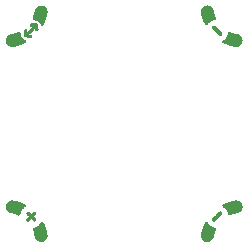
<source format=gbo>
%TF.GenerationSoftware,KiCad,Pcbnew,8.0.8*%
%TF.CreationDate,2025-01-29T17:01:18+00:00*%
%TF.ProjectId,ec30_2x2_lr_mh_0.1,65633330-5f32-4783-925f-6c725f6d685f,v0.1*%
%TF.SameCoordinates,PX8d24d00PY36d6160*%
%TF.FileFunction,Legend,Bot*%
%TF.FilePolarity,Positive*%
%FSLAX46Y46*%
G04 Gerber Fmt 4.6, Leading zero omitted, Abs format (unit mm)*
G04 Created by KiCad (PCBNEW 8.0.8) date 2025-01-29 17:01:18*
%MOMM*%
%LPD*%
G01*
G04 APERTURE LIST*
%ADD10C,0.010000*%
G04 APERTURE END LIST*
D10*
%TO.C,MH3*%
X-6929306Y-8363938D02*
X-6912572Y-8370271D01*
X-6896947Y-8381708D01*
X-6881722Y-8398907D01*
X-6866187Y-8422529D01*
X-6849636Y-8453232D01*
X-6849479Y-8453543D01*
X-6792082Y-8575132D01*
X-6738655Y-8702780D01*
X-6689536Y-8835490D01*
X-6645062Y-8972266D01*
X-6605571Y-9112110D01*
X-6571399Y-9254024D01*
X-6558986Y-9312664D01*
X-6548179Y-9372141D01*
X-6541266Y-9425275D01*
X-6538209Y-9472617D01*
X-6538970Y-9514720D01*
X-6542840Y-9548307D01*
X-6557333Y-9611742D01*
X-6578709Y-9671524D01*
X-6606730Y-9727302D01*
X-6641155Y-9778728D01*
X-6681746Y-9825450D01*
X-6728263Y-9867118D01*
X-6780468Y-9903383D01*
X-6788778Y-9908337D01*
X-6841493Y-9934632D01*
X-6897725Y-9954342D01*
X-6956407Y-9967361D01*
X-7016470Y-9973582D01*
X-7076844Y-9972898D01*
X-7136462Y-9965203D01*
X-7194256Y-9950391D01*
X-7198073Y-9949129D01*
X-7254131Y-9926215D01*
X-7307081Y-9896415D01*
X-7356236Y-9860400D01*
X-7400910Y-9818837D01*
X-7440417Y-9772394D01*
X-7474070Y-9721741D01*
X-7501183Y-9667545D01*
X-7509857Y-9645536D01*
X-7514407Y-9631247D01*
X-7519938Y-9611025D01*
X-7525985Y-9586741D01*
X-7532082Y-9560265D01*
X-7537763Y-9533471D01*
X-7537851Y-9533032D01*
X-7559478Y-9433303D01*
X-7583069Y-9339535D01*
X-7609185Y-9249880D01*
X-7638386Y-9162485D01*
X-7671232Y-9075502D01*
X-7690784Y-9027805D01*
X-7704464Y-8993297D01*
X-7713840Y-8964465D01*
X-7718965Y-8940348D01*
X-7719893Y-8919990D01*
X-7716678Y-8902431D01*
X-7709373Y-8886711D01*
X-7699422Y-8873431D01*
X-7690472Y-8864166D01*
X-7680762Y-8856500D01*
X-7668906Y-8849764D01*
X-7653514Y-8843288D01*
X-7633201Y-8836401D01*
X-7606578Y-8828434D01*
X-7605692Y-8828178D01*
X-7548901Y-8810494D01*
X-7497170Y-8791449D01*
X-7447627Y-8769922D01*
X-7414566Y-8753728D01*
X-7339432Y-8710990D01*
X-7267854Y-8661466D01*
X-7200558Y-8605786D01*
X-7138273Y-8544582D01*
X-7081726Y-8478485D01*
X-7053964Y-8441164D01*
X-7032031Y-8412366D01*
X-7011697Y-8390615D01*
X-6992236Y-8375370D01*
X-6972919Y-8366090D01*
X-6953022Y-8362231D01*
X-6947857Y-8362050D01*
X-6929306Y-8363938D01*
G36*
X-6929306Y-8363938D02*
G01*
X-6912572Y-8370271D01*
X-6896947Y-8381708D01*
X-6881722Y-8398907D01*
X-6866187Y-8422529D01*
X-6849636Y-8453232D01*
X-6849479Y-8453543D01*
X-6792082Y-8575132D01*
X-6738655Y-8702780D01*
X-6689536Y-8835490D01*
X-6645062Y-8972266D01*
X-6605571Y-9112110D01*
X-6571399Y-9254024D01*
X-6558986Y-9312664D01*
X-6548179Y-9372141D01*
X-6541266Y-9425275D01*
X-6538209Y-9472617D01*
X-6538970Y-9514720D01*
X-6542840Y-9548307D01*
X-6557333Y-9611742D01*
X-6578709Y-9671524D01*
X-6606730Y-9727302D01*
X-6641155Y-9778728D01*
X-6681746Y-9825450D01*
X-6728263Y-9867118D01*
X-6780468Y-9903383D01*
X-6788778Y-9908337D01*
X-6841493Y-9934632D01*
X-6897725Y-9954342D01*
X-6956407Y-9967361D01*
X-7016470Y-9973582D01*
X-7076844Y-9972898D01*
X-7136462Y-9965203D01*
X-7194256Y-9950391D01*
X-7198073Y-9949129D01*
X-7254131Y-9926215D01*
X-7307081Y-9896415D01*
X-7356236Y-9860400D01*
X-7400910Y-9818837D01*
X-7440417Y-9772394D01*
X-7474070Y-9721741D01*
X-7501183Y-9667545D01*
X-7509857Y-9645536D01*
X-7514407Y-9631247D01*
X-7519938Y-9611025D01*
X-7525985Y-9586741D01*
X-7532082Y-9560265D01*
X-7537763Y-9533471D01*
X-7537851Y-9533032D01*
X-7559478Y-9433303D01*
X-7583069Y-9339535D01*
X-7609185Y-9249880D01*
X-7638386Y-9162485D01*
X-7671232Y-9075502D01*
X-7690784Y-9027805D01*
X-7704464Y-8993297D01*
X-7713840Y-8964465D01*
X-7718965Y-8940348D01*
X-7719893Y-8919990D01*
X-7716678Y-8902431D01*
X-7709373Y-8886711D01*
X-7699422Y-8873431D01*
X-7690472Y-8864166D01*
X-7680762Y-8856500D01*
X-7668906Y-8849764D01*
X-7653514Y-8843288D01*
X-7633201Y-8836401D01*
X-7606578Y-8828434D01*
X-7605692Y-8828178D01*
X-7548901Y-8810494D01*
X-7497170Y-8791449D01*
X-7447627Y-8769922D01*
X-7414566Y-8753728D01*
X-7339432Y-8710990D01*
X-7267854Y-8661466D01*
X-7200558Y-8605786D01*
X-7138273Y-8544582D01*
X-7081726Y-8478485D01*
X-7053964Y-8441164D01*
X-7032031Y-8412366D01*
X-7011697Y-8390615D01*
X-6992236Y-8375370D01*
X-6972919Y-8366090D01*
X-6953022Y-8362231D01*
X-6947857Y-8362050D01*
X-6929306Y-8363938D01*
G37*
X-9470182Y-6540337D02*
X-9448497Y-6540714D01*
X-9427534Y-6541718D01*
X-9406291Y-6543511D01*
X-9383763Y-6546254D01*
X-9358946Y-6550109D01*
X-9330836Y-6555238D01*
X-9298429Y-6561801D01*
X-9260722Y-6569961D01*
X-9216709Y-6579880D01*
X-9198323Y-6584098D01*
X-9084910Y-6612611D01*
X-8968731Y-6646406D01*
X-8851643Y-6684817D01*
X-8735502Y-6727177D01*
X-8622165Y-6772819D01*
X-8513489Y-6821078D01*
X-8442320Y-6855488D01*
X-8414793Y-6869973D01*
X-8393762Y-6882767D01*
X-8378190Y-6894681D01*
X-8367038Y-6906523D01*
X-8359269Y-6919103D01*
X-8358396Y-6920960D01*
X-8352421Y-6938994D01*
X-8352473Y-6955818D01*
X-8356428Y-6970059D01*
X-8367282Y-6989771D01*
X-8385603Y-7010018D01*
X-8410983Y-7030363D01*
X-8415769Y-7033664D01*
X-8489001Y-7087738D01*
X-8556469Y-7146942D01*
X-8617931Y-7210983D01*
X-8673147Y-7279569D01*
X-8721873Y-7352405D01*
X-8763868Y-7429201D01*
X-8789376Y-7485751D01*
X-8801721Y-7516942D01*
X-8812941Y-7548335D01*
X-8823691Y-7581956D01*
X-8834628Y-7619833D01*
X-8843484Y-7652771D01*
X-8848796Y-7671014D01*
X-8854211Y-7684062D01*
X-8861050Y-7694563D01*
X-8868503Y-7702984D01*
X-8884066Y-7716423D01*
X-8900453Y-7724502D01*
X-8918764Y-7727265D01*
X-8940096Y-7724757D01*
X-8965548Y-7717022D01*
X-8987979Y-7707827D01*
X-9108498Y-7658383D01*
X-9232787Y-7615101D01*
X-9361429Y-7577801D01*
X-9495006Y-7546301D01*
X-9525687Y-7540017D01*
X-9560370Y-7532916D01*
X-9588751Y-7526604D01*
X-9612370Y-7520632D01*
X-9632764Y-7514555D01*
X-9651473Y-7507926D01*
X-9670035Y-7500296D01*
X-9683873Y-7494072D01*
X-9736854Y-7465333D01*
X-9785921Y-7430188D01*
X-9830505Y-7389366D01*
X-9870033Y-7343595D01*
X-9903934Y-7293603D01*
X-9931637Y-7240119D01*
X-9952571Y-7183872D01*
X-9964218Y-7136552D01*
X-9972342Y-7073793D01*
X-9972879Y-7012164D01*
X-9966155Y-6952149D01*
X-9952496Y-6894233D01*
X-9932226Y-6838904D01*
X-9905671Y-6786645D01*
X-9873155Y-6737942D01*
X-9835005Y-6693281D01*
X-9791545Y-6653146D01*
X-9743100Y-6618025D01*
X-9689996Y-6588401D01*
X-9632558Y-6564760D01*
X-9571111Y-6547588D01*
X-9569401Y-6547219D01*
X-9551719Y-6544037D01*
X-9532477Y-6541913D01*
X-9509778Y-6540716D01*
X-9481730Y-6540314D01*
X-9470182Y-6540337D01*
G36*
X-9470182Y-6540337D02*
G01*
X-9448497Y-6540714D01*
X-9427534Y-6541718D01*
X-9406291Y-6543511D01*
X-9383763Y-6546254D01*
X-9358946Y-6550109D01*
X-9330836Y-6555238D01*
X-9298429Y-6561801D01*
X-9260722Y-6569961D01*
X-9216709Y-6579880D01*
X-9198323Y-6584098D01*
X-9084910Y-6612611D01*
X-8968731Y-6646406D01*
X-8851643Y-6684817D01*
X-8735502Y-6727177D01*
X-8622165Y-6772819D01*
X-8513489Y-6821078D01*
X-8442320Y-6855488D01*
X-8414793Y-6869973D01*
X-8393762Y-6882767D01*
X-8378190Y-6894681D01*
X-8367038Y-6906523D01*
X-8359269Y-6919103D01*
X-8358396Y-6920960D01*
X-8352421Y-6938994D01*
X-8352473Y-6955818D01*
X-8356428Y-6970059D01*
X-8367282Y-6989771D01*
X-8385603Y-7010018D01*
X-8410983Y-7030363D01*
X-8415769Y-7033664D01*
X-8489001Y-7087738D01*
X-8556469Y-7146942D01*
X-8617931Y-7210983D01*
X-8673147Y-7279569D01*
X-8721873Y-7352405D01*
X-8763868Y-7429201D01*
X-8789376Y-7485751D01*
X-8801721Y-7516942D01*
X-8812941Y-7548335D01*
X-8823691Y-7581956D01*
X-8834628Y-7619833D01*
X-8843484Y-7652771D01*
X-8848796Y-7671014D01*
X-8854211Y-7684062D01*
X-8861050Y-7694563D01*
X-8868503Y-7702984D01*
X-8884066Y-7716423D01*
X-8900453Y-7724502D01*
X-8918764Y-7727265D01*
X-8940096Y-7724757D01*
X-8965548Y-7717022D01*
X-8987979Y-7707827D01*
X-9108498Y-7658383D01*
X-9232787Y-7615101D01*
X-9361429Y-7577801D01*
X-9495006Y-7546301D01*
X-9525687Y-7540017D01*
X-9560370Y-7532916D01*
X-9588751Y-7526604D01*
X-9612370Y-7520632D01*
X-9632764Y-7514555D01*
X-9651473Y-7507926D01*
X-9670035Y-7500296D01*
X-9683873Y-7494072D01*
X-9736854Y-7465333D01*
X-9785921Y-7430188D01*
X-9830505Y-7389366D01*
X-9870033Y-7343595D01*
X-9903934Y-7293603D01*
X-9931637Y-7240119D01*
X-9952571Y-7183872D01*
X-9964218Y-7136552D01*
X-9972342Y-7073793D01*
X-9972879Y-7012164D01*
X-9966155Y-6952149D01*
X-9952496Y-6894233D01*
X-9932226Y-6838904D01*
X-9905671Y-6786645D01*
X-9873155Y-6737942D01*
X-9835005Y-6693281D01*
X-9791545Y-6653146D01*
X-9743100Y-6618025D01*
X-9689996Y-6588401D01*
X-9632558Y-6564760D01*
X-9571111Y-6547588D01*
X-9569401Y-6547219D01*
X-9551719Y-6544037D01*
X-9532477Y-6541913D01*
X-9509778Y-6540716D01*
X-9481730Y-6540314D01*
X-9470182Y-6540337D01*
G37*
X-8114506Y-7497744D02*
X-8104489Y-7500501D01*
X-8098602Y-7502693D01*
X-8092612Y-7505668D01*
X-8085887Y-7509983D01*
X-8077796Y-7516197D01*
X-8067706Y-7524868D01*
X-8054986Y-7536554D01*
X-8039003Y-7551814D01*
X-8019125Y-7571204D01*
X-7994721Y-7595283D01*
X-7974957Y-7614880D01*
X-7866811Y-7722233D01*
X-7760645Y-7617032D01*
X-7732077Y-7588945D01*
X-7706322Y-7564069D01*
X-7683875Y-7542858D01*
X-7665228Y-7525771D01*
X-7650876Y-7513264D01*
X-7641313Y-7505793D01*
X-7638604Y-7504147D01*
X-7620453Y-7498507D01*
X-7598447Y-7496247D01*
X-7575738Y-7497328D01*
X-7555479Y-7501711D01*
X-7546947Y-7505289D01*
X-7527717Y-7518943D01*
X-7510939Y-7537314D01*
X-7499689Y-7556627D01*
X-7495621Y-7572497D01*
X-7493995Y-7592489D01*
X-7494804Y-7613173D01*
X-7498038Y-7631121D01*
X-7499893Y-7636489D01*
X-7504805Y-7644005D01*
X-7515448Y-7656814D01*
X-7531730Y-7674815D01*
X-7553556Y-7697908D01*
X-7580835Y-7725992D01*
X-7613473Y-7758967D01*
X-7613864Y-7759359D01*
X-7721687Y-7867473D01*
X-7615858Y-7973774D01*
X-7584916Y-8005038D01*
X-7559409Y-8031231D01*
X-7538995Y-8052725D01*
X-7523333Y-8069893D01*
X-7512080Y-8083107D01*
X-7504896Y-8092739D01*
X-7501973Y-8097831D01*
X-7494904Y-8122144D01*
X-7493808Y-8148731D01*
X-7498620Y-8174713D01*
X-7504024Y-8188237D01*
X-7519679Y-8211452D01*
X-7540303Y-8228674D01*
X-7562926Y-8238733D01*
X-7580623Y-8243114D01*
X-7595638Y-8244148D01*
X-7611644Y-8241809D01*
X-7624985Y-8238271D01*
X-7630727Y-8236399D01*
X-7636361Y-8233923D01*
X-7642513Y-8230295D01*
X-7649807Y-8224964D01*
X-7658867Y-8217380D01*
X-7670317Y-8206995D01*
X-7684782Y-8193256D01*
X-7702886Y-8175616D01*
X-7725253Y-8153524D01*
X-7752507Y-8126430D01*
X-7756674Y-8122280D01*
X-7866807Y-8012589D01*
X-7976940Y-8122280D01*
X-8004916Y-8150105D01*
X-8027918Y-8172853D01*
X-8046571Y-8191073D01*
X-8061500Y-8205316D01*
X-8073328Y-8216130D01*
X-8082679Y-8224066D01*
X-8090179Y-8229675D01*
X-8096451Y-8233505D01*
X-8102120Y-8236106D01*
X-8107810Y-8238029D01*
X-8108629Y-8238271D01*
X-8127410Y-8242924D01*
X-8142701Y-8244183D01*
X-8158173Y-8242078D01*
X-8170688Y-8238733D01*
X-8195345Y-8227492D01*
X-8215225Y-8210402D01*
X-8229656Y-8188407D01*
X-8237966Y-8162452D01*
X-8239782Y-8141598D01*
X-8239548Y-8130444D01*
X-8238597Y-8120482D01*
X-8236433Y-8111030D01*
X-8232561Y-8101407D01*
X-8226487Y-8090932D01*
X-8217714Y-8078924D01*
X-8205748Y-8064703D01*
X-8190094Y-8047586D01*
X-8170256Y-8026895D01*
X-8145740Y-8001946D01*
X-8117756Y-7973774D01*
X-8011927Y-7867473D01*
X-8119589Y-7759359D01*
X-8151989Y-7726607D01*
X-8178747Y-7699078D01*
X-8200033Y-7676590D01*
X-8216016Y-7658958D01*
X-8226867Y-7646000D01*
X-8232753Y-7637530D01*
X-8233560Y-7635877D01*
X-8239427Y-7611956D01*
X-8239209Y-7585914D01*
X-8233352Y-7560140D01*
X-8222301Y-7537024D01*
X-8212846Y-7524873D01*
X-8192656Y-7509080D01*
X-8168362Y-7499030D01*
X-8141724Y-7495120D01*
X-8114506Y-7497744D01*
G36*
X-8114506Y-7497744D02*
G01*
X-8104489Y-7500501D01*
X-8098602Y-7502693D01*
X-8092612Y-7505668D01*
X-8085887Y-7509983D01*
X-8077796Y-7516197D01*
X-8067706Y-7524868D01*
X-8054986Y-7536554D01*
X-8039003Y-7551814D01*
X-8019125Y-7571204D01*
X-7994721Y-7595283D01*
X-7974957Y-7614880D01*
X-7866811Y-7722233D01*
X-7760645Y-7617032D01*
X-7732077Y-7588945D01*
X-7706322Y-7564069D01*
X-7683875Y-7542858D01*
X-7665228Y-7525771D01*
X-7650876Y-7513264D01*
X-7641313Y-7505793D01*
X-7638604Y-7504147D01*
X-7620453Y-7498507D01*
X-7598447Y-7496247D01*
X-7575738Y-7497328D01*
X-7555479Y-7501711D01*
X-7546947Y-7505289D01*
X-7527717Y-7518943D01*
X-7510939Y-7537314D01*
X-7499689Y-7556627D01*
X-7495621Y-7572497D01*
X-7493995Y-7592489D01*
X-7494804Y-7613173D01*
X-7498038Y-7631121D01*
X-7499893Y-7636489D01*
X-7504805Y-7644005D01*
X-7515448Y-7656814D01*
X-7531730Y-7674815D01*
X-7553556Y-7697908D01*
X-7580835Y-7725992D01*
X-7613473Y-7758967D01*
X-7613864Y-7759359D01*
X-7721687Y-7867473D01*
X-7615858Y-7973774D01*
X-7584916Y-8005038D01*
X-7559409Y-8031231D01*
X-7538995Y-8052725D01*
X-7523333Y-8069893D01*
X-7512080Y-8083107D01*
X-7504896Y-8092739D01*
X-7501973Y-8097831D01*
X-7494904Y-8122144D01*
X-7493808Y-8148731D01*
X-7498620Y-8174713D01*
X-7504024Y-8188237D01*
X-7519679Y-8211452D01*
X-7540303Y-8228674D01*
X-7562926Y-8238733D01*
X-7580623Y-8243114D01*
X-7595638Y-8244148D01*
X-7611644Y-8241809D01*
X-7624985Y-8238271D01*
X-7630727Y-8236399D01*
X-7636361Y-8233923D01*
X-7642513Y-8230295D01*
X-7649807Y-8224964D01*
X-7658867Y-8217380D01*
X-7670317Y-8206995D01*
X-7684782Y-8193256D01*
X-7702886Y-8175616D01*
X-7725253Y-8153524D01*
X-7752507Y-8126430D01*
X-7756674Y-8122280D01*
X-7866807Y-8012589D01*
X-7976940Y-8122280D01*
X-8004916Y-8150105D01*
X-8027918Y-8172853D01*
X-8046571Y-8191073D01*
X-8061500Y-8205316D01*
X-8073328Y-8216130D01*
X-8082679Y-8224066D01*
X-8090179Y-8229675D01*
X-8096451Y-8233505D01*
X-8102120Y-8236106D01*
X-8107810Y-8238029D01*
X-8108629Y-8238271D01*
X-8127410Y-8242924D01*
X-8142701Y-8244183D01*
X-8158173Y-8242078D01*
X-8170688Y-8238733D01*
X-8195345Y-8227492D01*
X-8215225Y-8210402D01*
X-8229656Y-8188407D01*
X-8237966Y-8162452D01*
X-8239782Y-8141598D01*
X-8239548Y-8130444D01*
X-8238597Y-8120482D01*
X-8236433Y-8111030D01*
X-8232561Y-8101407D01*
X-8226487Y-8090932D01*
X-8217714Y-8078924D01*
X-8205748Y-8064703D01*
X-8190094Y-8047586D01*
X-8170256Y-8026895D01*
X-8145740Y-8001946D01*
X-8117756Y-7973774D01*
X-8011927Y-7867473D01*
X-8119589Y-7759359D01*
X-8151989Y-7726607D01*
X-8178747Y-7699078D01*
X-8200033Y-7676590D01*
X-8216016Y-7658958D01*
X-8226867Y-7646000D01*
X-8232753Y-7637530D01*
X-8233560Y-7635877D01*
X-8239427Y-7611956D01*
X-8239209Y-7585914D01*
X-8233352Y-7560140D01*
X-8222301Y-7537024D01*
X-8212846Y-7524873D01*
X-8192656Y-7509080D01*
X-8168362Y-7499030D01*
X-8141724Y-7495120D01*
X-8114506Y-7497744D01*
G37*
%TO.C,MH4*%
X9512315Y-6537096D02*
X9545902Y-6540966D01*
X9609337Y-6555459D01*
X9669119Y-6576835D01*
X9724897Y-6604856D01*
X9776323Y-6639281D01*
X9823045Y-6679872D01*
X9864713Y-6726389D01*
X9900978Y-6778594D01*
X9905932Y-6786904D01*
X9932227Y-6839619D01*
X9951937Y-6895851D01*
X9964956Y-6954533D01*
X9971177Y-7014596D01*
X9970493Y-7074970D01*
X9962798Y-7134588D01*
X9947986Y-7192382D01*
X9946724Y-7196199D01*
X9923810Y-7252257D01*
X9894010Y-7305207D01*
X9857995Y-7354362D01*
X9816432Y-7399036D01*
X9769989Y-7438543D01*
X9719336Y-7472196D01*
X9665140Y-7499309D01*
X9643131Y-7507983D01*
X9628842Y-7512533D01*
X9608620Y-7518064D01*
X9584336Y-7524111D01*
X9557860Y-7530208D01*
X9531066Y-7535889D01*
X9530627Y-7535977D01*
X9430898Y-7557604D01*
X9337130Y-7581195D01*
X9247475Y-7607311D01*
X9160080Y-7636512D01*
X9073097Y-7669358D01*
X9025400Y-7688910D01*
X8990892Y-7702590D01*
X8962060Y-7711966D01*
X8937943Y-7717091D01*
X8917585Y-7718019D01*
X8900026Y-7714804D01*
X8884306Y-7707499D01*
X8871026Y-7697548D01*
X8861761Y-7688598D01*
X8854095Y-7678888D01*
X8847359Y-7667032D01*
X8840883Y-7651640D01*
X8833996Y-7631327D01*
X8826029Y-7604704D01*
X8825773Y-7603818D01*
X8808089Y-7547027D01*
X8789044Y-7495296D01*
X8767517Y-7445753D01*
X8751323Y-7412692D01*
X8708585Y-7337558D01*
X8659061Y-7265980D01*
X8603381Y-7198684D01*
X8542177Y-7136399D01*
X8476080Y-7079852D01*
X8438759Y-7052090D01*
X8409961Y-7030157D01*
X8388210Y-7009823D01*
X8372965Y-6990362D01*
X8363685Y-6971045D01*
X8359826Y-6951148D01*
X8359645Y-6945983D01*
X8361533Y-6927432D01*
X8367866Y-6910698D01*
X8379303Y-6895073D01*
X8396502Y-6879848D01*
X8420124Y-6864313D01*
X8450827Y-6847762D01*
X8451138Y-6847605D01*
X8572727Y-6790208D01*
X8700375Y-6736781D01*
X8833085Y-6687662D01*
X8969861Y-6643188D01*
X9109705Y-6603697D01*
X9251619Y-6569525D01*
X9310259Y-6557112D01*
X9369736Y-6546305D01*
X9422870Y-6539392D01*
X9470212Y-6536335D01*
X9512315Y-6537096D01*
G36*
X9512315Y-6537096D02*
G01*
X9545902Y-6540966D01*
X9609337Y-6555459D01*
X9669119Y-6576835D01*
X9724897Y-6604856D01*
X9776323Y-6639281D01*
X9823045Y-6679872D01*
X9864713Y-6726389D01*
X9900978Y-6778594D01*
X9905932Y-6786904D01*
X9932227Y-6839619D01*
X9951937Y-6895851D01*
X9964956Y-6954533D01*
X9971177Y-7014596D01*
X9970493Y-7074970D01*
X9962798Y-7134588D01*
X9947986Y-7192382D01*
X9946724Y-7196199D01*
X9923810Y-7252257D01*
X9894010Y-7305207D01*
X9857995Y-7354362D01*
X9816432Y-7399036D01*
X9769989Y-7438543D01*
X9719336Y-7472196D01*
X9665140Y-7499309D01*
X9643131Y-7507983D01*
X9628842Y-7512533D01*
X9608620Y-7518064D01*
X9584336Y-7524111D01*
X9557860Y-7530208D01*
X9531066Y-7535889D01*
X9530627Y-7535977D01*
X9430898Y-7557604D01*
X9337130Y-7581195D01*
X9247475Y-7607311D01*
X9160080Y-7636512D01*
X9073097Y-7669358D01*
X9025400Y-7688910D01*
X8990892Y-7702590D01*
X8962060Y-7711966D01*
X8937943Y-7717091D01*
X8917585Y-7718019D01*
X8900026Y-7714804D01*
X8884306Y-7707499D01*
X8871026Y-7697548D01*
X8861761Y-7688598D01*
X8854095Y-7678888D01*
X8847359Y-7667032D01*
X8840883Y-7651640D01*
X8833996Y-7631327D01*
X8826029Y-7604704D01*
X8825773Y-7603818D01*
X8808089Y-7547027D01*
X8789044Y-7495296D01*
X8767517Y-7445753D01*
X8751323Y-7412692D01*
X8708585Y-7337558D01*
X8659061Y-7265980D01*
X8603381Y-7198684D01*
X8542177Y-7136399D01*
X8476080Y-7079852D01*
X8438759Y-7052090D01*
X8409961Y-7030157D01*
X8388210Y-7009823D01*
X8372965Y-6990362D01*
X8363685Y-6971045D01*
X8359826Y-6951148D01*
X8359645Y-6945983D01*
X8361533Y-6927432D01*
X8367866Y-6910698D01*
X8379303Y-6895073D01*
X8396502Y-6879848D01*
X8420124Y-6864313D01*
X8450827Y-6847762D01*
X8451138Y-6847605D01*
X8572727Y-6790208D01*
X8700375Y-6736781D01*
X8833085Y-6687662D01*
X8969861Y-6643188D01*
X9109705Y-6603697D01*
X9251619Y-6569525D01*
X9310259Y-6557112D01*
X9369736Y-6546305D01*
X9422870Y-6539392D01*
X9470212Y-6536335D01*
X9512315Y-6537096D01*
G37*
X6953413Y-8350599D02*
X6967654Y-8354554D01*
X6987366Y-8365408D01*
X7007613Y-8383729D01*
X7027958Y-8409109D01*
X7031259Y-8413895D01*
X7085333Y-8487127D01*
X7144537Y-8554595D01*
X7208578Y-8616057D01*
X7277164Y-8671273D01*
X7350000Y-8719999D01*
X7426796Y-8761994D01*
X7483346Y-8787502D01*
X7514537Y-8799847D01*
X7545930Y-8811067D01*
X7579551Y-8821817D01*
X7617428Y-8832754D01*
X7650366Y-8841610D01*
X7668609Y-8846922D01*
X7681657Y-8852337D01*
X7692158Y-8859176D01*
X7700579Y-8866629D01*
X7714018Y-8882192D01*
X7722097Y-8898579D01*
X7724860Y-8916890D01*
X7722352Y-8938222D01*
X7714617Y-8963674D01*
X7705422Y-8986105D01*
X7655978Y-9106624D01*
X7612696Y-9230913D01*
X7575396Y-9359555D01*
X7543896Y-9493132D01*
X7537612Y-9523813D01*
X7530511Y-9558496D01*
X7524199Y-9586877D01*
X7518227Y-9610496D01*
X7512150Y-9630890D01*
X7505521Y-9649599D01*
X7497891Y-9668161D01*
X7491667Y-9681999D01*
X7462928Y-9734980D01*
X7427783Y-9784047D01*
X7386961Y-9828631D01*
X7341190Y-9868159D01*
X7291198Y-9902060D01*
X7237714Y-9929763D01*
X7181467Y-9950697D01*
X7134147Y-9962344D01*
X7071388Y-9970468D01*
X7009759Y-9971005D01*
X6949744Y-9964281D01*
X6891828Y-9950622D01*
X6836499Y-9930352D01*
X6784240Y-9903797D01*
X6735537Y-9871281D01*
X6690876Y-9833131D01*
X6650741Y-9789671D01*
X6615620Y-9741226D01*
X6585996Y-9688122D01*
X6562355Y-9630684D01*
X6545183Y-9569237D01*
X6544814Y-9567527D01*
X6541632Y-9549845D01*
X6539508Y-9530603D01*
X6538311Y-9507904D01*
X6537909Y-9479856D01*
X6537932Y-9468308D01*
X6538309Y-9446623D01*
X6539313Y-9425660D01*
X6541106Y-9404417D01*
X6543849Y-9381889D01*
X6547704Y-9357072D01*
X6552833Y-9328962D01*
X6559396Y-9296555D01*
X6567556Y-9258848D01*
X6577475Y-9214835D01*
X6581693Y-9196449D01*
X6610206Y-9083036D01*
X6644001Y-8966857D01*
X6682412Y-8849769D01*
X6724772Y-8733628D01*
X6770414Y-8620291D01*
X6818673Y-8511615D01*
X6853083Y-8440446D01*
X6867568Y-8412919D01*
X6880362Y-8391888D01*
X6892276Y-8376316D01*
X6904118Y-8365164D01*
X6916698Y-8357395D01*
X6918555Y-8356522D01*
X6936589Y-8350547D01*
X6953413Y-8350599D01*
G36*
X6953413Y-8350599D02*
G01*
X6967654Y-8354554D01*
X6987366Y-8365408D01*
X7007613Y-8383729D01*
X7027958Y-8409109D01*
X7031259Y-8413895D01*
X7085333Y-8487127D01*
X7144537Y-8554595D01*
X7208578Y-8616057D01*
X7277164Y-8671273D01*
X7350000Y-8719999D01*
X7426796Y-8761994D01*
X7483346Y-8787502D01*
X7514537Y-8799847D01*
X7545930Y-8811067D01*
X7579551Y-8821817D01*
X7617428Y-8832754D01*
X7650366Y-8841610D01*
X7668609Y-8846922D01*
X7681657Y-8852337D01*
X7692158Y-8859176D01*
X7700579Y-8866629D01*
X7714018Y-8882192D01*
X7722097Y-8898579D01*
X7724860Y-8916890D01*
X7722352Y-8938222D01*
X7714617Y-8963674D01*
X7705422Y-8986105D01*
X7655978Y-9106624D01*
X7612696Y-9230913D01*
X7575396Y-9359555D01*
X7543896Y-9493132D01*
X7537612Y-9523813D01*
X7530511Y-9558496D01*
X7524199Y-9586877D01*
X7518227Y-9610496D01*
X7512150Y-9630890D01*
X7505521Y-9649599D01*
X7497891Y-9668161D01*
X7491667Y-9681999D01*
X7462928Y-9734980D01*
X7427783Y-9784047D01*
X7386961Y-9828631D01*
X7341190Y-9868159D01*
X7291198Y-9902060D01*
X7237714Y-9929763D01*
X7181467Y-9950697D01*
X7134147Y-9962344D01*
X7071388Y-9970468D01*
X7009759Y-9971005D01*
X6949744Y-9964281D01*
X6891828Y-9950622D01*
X6836499Y-9930352D01*
X6784240Y-9903797D01*
X6735537Y-9871281D01*
X6690876Y-9833131D01*
X6650741Y-9789671D01*
X6615620Y-9741226D01*
X6585996Y-9688122D01*
X6562355Y-9630684D01*
X6545183Y-9569237D01*
X6544814Y-9567527D01*
X6541632Y-9549845D01*
X6539508Y-9530603D01*
X6538311Y-9507904D01*
X6537909Y-9479856D01*
X6537932Y-9468308D01*
X6538309Y-9446623D01*
X6539313Y-9425660D01*
X6541106Y-9404417D01*
X6543849Y-9381889D01*
X6547704Y-9357072D01*
X6552833Y-9328962D01*
X6559396Y-9296555D01*
X6567556Y-9258848D01*
X6577475Y-9214835D01*
X6581693Y-9196449D01*
X6610206Y-9083036D01*
X6644001Y-8966857D01*
X6682412Y-8849769D01*
X6724772Y-8733628D01*
X6770414Y-8620291D01*
X6818673Y-8511615D01*
X6853083Y-8440446D01*
X6867568Y-8412919D01*
X6880362Y-8391888D01*
X6892276Y-8376316D01*
X6904118Y-8365164D01*
X6916698Y-8357395D01*
X6918555Y-8356522D01*
X6936589Y-8350547D01*
X6953413Y-8350599D01*
G37*
X8162030Y-7467280D02*
X8171010Y-7469281D01*
X8201038Y-7481521D01*
X8226016Y-7499423D01*
X8245381Y-7522200D01*
X8258566Y-7549064D01*
X8265008Y-7579227D01*
X8265280Y-7600726D01*
X8264812Y-7608241D01*
X8264213Y-7615108D01*
X8263171Y-7621687D01*
X8261374Y-7628333D01*
X8258508Y-7635404D01*
X8254261Y-7643257D01*
X8248322Y-7652249D01*
X8240377Y-7662738D01*
X8230113Y-7675081D01*
X8217220Y-7689634D01*
X8201383Y-7706755D01*
X8182291Y-7726802D01*
X8159631Y-7750131D01*
X8133091Y-7777099D01*
X8102358Y-7808064D01*
X8067119Y-7843383D01*
X8027063Y-7883414D01*
X7981877Y-7928512D01*
X7955569Y-7954763D01*
X7909008Y-8001216D01*
X7867712Y-8042383D01*
X7831336Y-8078591D01*
X7799534Y-8110171D01*
X7771962Y-8137449D01*
X7748274Y-8160755D01*
X7728124Y-8180416D01*
X7711168Y-8196762D01*
X7697060Y-8210120D01*
X7685454Y-8220819D01*
X7676005Y-8229188D01*
X7668368Y-8235554D01*
X7662198Y-8240247D01*
X7657149Y-8243594D01*
X7652875Y-8245925D01*
X7649033Y-8247566D01*
X7646855Y-8248336D01*
X7615323Y-8255056D01*
X7584413Y-8254451D01*
X7555192Y-8246918D01*
X7528724Y-8232857D01*
X7506076Y-8212666D01*
X7489876Y-8189652D01*
X7484291Y-8178838D01*
X7480827Y-8169326D01*
X7478989Y-8158610D01*
X7478277Y-8144187D01*
X7478183Y-8130839D01*
X7478527Y-8111299D01*
X7479840Y-8097117D01*
X7482546Y-8085735D01*
X7487066Y-8074591D01*
X7487682Y-8073292D01*
X7490347Y-8068862D01*
X7495109Y-8062531D01*
X7502260Y-8053996D01*
X7512088Y-8042958D01*
X7524886Y-8029115D01*
X7540944Y-8012164D01*
X7560552Y-7991806D01*
X7584002Y-7967737D01*
X7611583Y-7939658D01*
X7643588Y-7907266D01*
X7680305Y-7870261D01*
X7722027Y-7828340D01*
X7769043Y-7781202D01*
X7779385Y-7770845D01*
X7826159Y-7724028D01*
X7867684Y-7682523D01*
X7904299Y-7646003D01*
X7936345Y-7614143D01*
X7964158Y-7586617D01*
X7988079Y-7563098D01*
X8008447Y-7543261D01*
X8025600Y-7526780D01*
X8039878Y-7513328D01*
X8051620Y-7502580D01*
X8061164Y-7494209D01*
X8068850Y-7487890D01*
X8075016Y-7483297D01*
X8080002Y-7480103D01*
X8083758Y-7478156D01*
X8109322Y-7469631D01*
X8136419Y-7465903D01*
X8162030Y-7467280D01*
G36*
X8162030Y-7467280D02*
G01*
X8171010Y-7469281D01*
X8201038Y-7481521D01*
X8226016Y-7499423D01*
X8245381Y-7522200D01*
X8258566Y-7549064D01*
X8265008Y-7579227D01*
X8265280Y-7600726D01*
X8264812Y-7608241D01*
X8264213Y-7615108D01*
X8263171Y-7621687D01*
X8261374Y-7628333D01*
X8258508Y-7635404D01*
X8254261Y-7643257D01*
X8248322Y-7652249D01*
X8240377Y-7662738D01*
X8230113Y-7675081D01*
X8217220Y-7689634D01*
X8201383Y-7706755D01*
X8182291Y-7726802D01*
X8159631Y-7750131D01*
X8133091Y-7777099D01*
X8102358Y-7808064D01*
X8067119Y-7843383D01*
X8027063Y-7883414D01*
X7981877Y-7928512D01*
X7955569Y-7954763D01*
X7909008Y-8001216D01*
X7867712Y-8042383D01*
X7831336Y-8078591D01*
X7799534Y-8110171D01*
X7771962Y-8137449D01*
X7748274Y-8160755D01*
X7728124Y-8180416D01*
X7711168Y-8196762D01*
X7697060Y-8210120D01*
X7685454Y-8220819D01*
X7676005Y-8229188D01*
X7668368Y-8235554D01*
X7662198Y-8240247D01*
X7657149Y-8243594D01*
X7652875Y-8245925D01*
X7649033Y-8247566D01*
X7646855Y-8248336D01*
X7615323Y-8255056D01*
X7584413Y-8254451D01*
X7555192Y-8246918D01*
X7528724Y-8232857D01*
X7506076Y-8212666D01*
X7489876Y-8189652D01*
X7484291Y-8178838D01*
X7480827Y-8169326D01*
X7478989Y-8158610D01*
X7478277Y-8144187D01*
X7478183Y-8130839D01*
X7478527Y-8111299D01*
X7479840Y-8097117D01*
X7482546Y-8085735D01*
X7487066Y-8074591D01*
X7487682Y-8073292D01*
X7490347Y-8068862D01*
X7495109Y-8062531D01*
X7502260Y-8053996D01*
X7512088Y-8042958D01*
X7524886Y-8029115D01*
X7540944Y-8012164D01*
X7560552Y-7991806D01*
X7584002Y-7967737D01*
X7611583Y-7939658D01*
X7643588Y-7907266D01*
X7680305Y-7870261D01*
X7722027Y-7828340D01*
X7769043Y-7781202D01*
X7779385Y-7770845D01*
X7826159Y-7724028D01*
X7867684Y-7682523D01*
X7904299Y-7646003D01*
X7936345Y-7614143D01*
X7964158Y-7586617D01*
X7988079Y-7563098D01*
X8008447Y-7543261D01*
X8025600Y-7526780D01*
X8039878Y-7513328D01*
X8051620Y-7502580D01*
X8061164Y-7494209D01*
X8068850Y-7487890D01*
X8075016Y-7483297D01*
X8080002Y-7480103D01*
X8083758Y-7478156D01*
X8109322Y-7469631D01*
X8136419Y-7465903D01*
X8162030Y-7467280D01*
G37*
%TO.C,MH2*%
X7075573Y9972893D02*
X7135191Y9965198D01*
X7192985Y9950386D01*
X7196802Y9949124D01*
X7252860Y9926210D01*
X7305810Y9896410D01*
X7354965Y9860395D01*
X7399639Y9818832D01*
X7439146Y9772389D01*
X7472799Y9721736D01*
X7499912Y9667540D01*
X7508586Y9645531D01*
X7513136Y9631242D01*
X7518667Y9611020D01*
X7524714Y9586736D01*
X7530811Y9560260D01*
X7536492Y9533466D01*
X7536580Y9533027D01*
X7558207Y9433298D01*
X7581798Y9339530D01*
X7607914Y9249875D01*
X7637115Y9162480D01*
X7669961Y9075497D01*
X7689513Y9027800D01*
X7703193Y8993292D01*
X7712569Y8964460D01*
X7717694Y8940343D01*
X7718622Y8919985D01*
X7715407Y8902426D01*
X7708102Y8886706D01*
X7698151Y8873426D01*
X7689201Y8864161D01*
X7679491Y8856495D01*
X7667635Y8849759D01*
X7652243Y8843283D01*
X7631930Y8836396D01*
X7605307Y8828429D01*
X7604421Y8828173D01*
X7547630Y8810489D01*
X7495899Y8791444D01*
X7446356Y8769917D01*
X7413295Y8753723D01*
X7338161Y8710985D01*
X7266583Y8661461D01*
X7199287Y8605781D01*
X7137002Y8544577D01*
X7080455Y8478480D01*
X7052693Y8441159D01*
X7030760Y8412361D01*
X7010426Y8390610D01*
X6990965Y8375365D01*
X6971648Y8366085D01*
X6951751Y8362226D01*
X6946586Y8362045D01*
X6928035Y8363933D01*
X6911301Y8370266D01*
X6895676Y8381703D01*
X6880451Y8398902D01*
X6864916Y8422524D01*
X6848365Y8453227D01*
X6848208Y8453538D01*
X6790811Y8575127D01*
X6737384Y8702775D01*
X6688265Y8835485D01*
X6643791Y8972261D01*
X6604300Y9112105D01*
X6570128Y9254019D01*
X6557715Y9312659D01*
X6546908Y9372136D01*
X6539995Y9425270D01*
X6536938Y9472612D01*
X6537699Y9514715D01*
X6541569Y9548302D01*
X6556062Y9611737D01*
X6577438Y9671519D01*
X6605459Y9727297D01*
X6639884Y9778723D01*
X6680475Y9825445D01*
X6726992Y9867113D01*
X6779197Y9903378D01*
X6787507Y9908332D01*
X6840222Y9934627D01*
X6896454Y9954337D01*
X6955136Y9967356D01*
X7015199Y9973577D01*
X7075573Y9972893D01*
G36*
X7075573Y9972893D02*
G01*
X7135191Y9965198D01*
X7192985Y9950386D01*
X7196802Y9949124D01*
X7252860Y9926210D01*
X7305810Y9896410D01*
X7354965Y9860395D01*
X7399639Y9818832D01*
X7439146Y9772389D01*
X7472799Y9721736D01*
X7499912Y9667540D01*
X7508586Y9645531D01*
X7513136Y9631242D01*
X7518667Y9611020D01*
X7524714Y9586736D01*
X7530811Y9560260D01*
X7536492Y9533466D01*
X7536580Y9533027D01*
X7558207Y9433298D01*
X7581798Y9339530D01*
X7607914Y9249875D01*
X7637115Y9162480D01*
X7669961Y9075497D01*
X7689513Y9027800D01*
X7703193Y8993292D01*
X7712569Y8964460D01*
X7717694Y8940343D01*
X7718622Y8919985D01*
X7715407Y8902426D01*
X7708102Y8886706D01*
X7698151Y8873426D01*
X7689201Y8864161D01*
X7679491Y8856495D01*
X7667635Y8849759D01*
X7652243Y8843283D01*
X7631930Y8836396D01*
X7605307Y8828429D01*
X7604421Y8828173D01*
X7547630Y8810489D01*
X7495899Y8791444D01*
X7446356Y8769917D01*
X7413295Y8753723D01*
X7338161Y8710985D01*
X7266583Y8661461D01*
X7199287Y8605781D01*
X7137002Y8544577D01*
X7080455Y8478480D01*
X7052693Y8441159D01*
X7030760Y8412361D01*
X7010426Y8390610D01*
X6990965Y8375365D01*
X6971648Y8366085D01*
X6951751Y8362226D01*
X6946586Y8362045D01*
X6928035Y8363933D01*
X6911301Y8370266D01*
X6895676Y8381703D01*
X6880451Y8398902D01*
X6864916Y8422524D01*
X6848365Y8453227D01*
X6848208Y8453538D01*
X6790811Y8575127D01*
X6737384Y8702775D01*
X6688265Y8835485D01*
X6643791Y8972261D01*
X6604300Y9112105D01*
X6570128Y9254019D01*
X6557715Y9312659D01*
X6546908Y9372136D01*
X6539995Y9425270D01*
X6536938Y9472612D01*
X6537699Y9514715D01*
X6541569Y9548302D01*
X6556062Y9611737D01*
X6577438Y9671519D01*
X6605459Y9727297D01*
X6639884Y9778723D01*
X6680475Y9825445D01*
X6726992Y9867113D01*
X6779197Y9903378D01*
X6787507Y9908332D01*
X6840222Y9934627D01*
X6896454Y9954337D01*
X6955136Y9967356D01*
X7015199Y9973577D01*
X7075573Y9972893D01*
G37*
X7608844Y8267212D02*
X7615711Y8266613D01*
X7622290Y8265571D01*
X7628936Y8263774D01*
X7636007Y8260908D01*
X7643860Y8256661D01*
X7652852Y8250722D01*
X7663341Y8242777D01*
X7675684Y8232513D01*
X7690237Y8219620D01*
X7707358Y8203783D01*
X7727405Y8184691D01*
X7750734Y8162031D01*
X7777702Y8135491D01*
X7808667Y8104758D01*
X7843986Y8069519D01*
X7884017Y8029463D01*
X7929115Y7984277D01*
X7955366Y7957969D01*
X8001819Y7911408D01*
X8042986Y7870112D01*
X8079194Y7833736D01*
X8110774Y7801934D01*
X8138052Y7774362D01*
X8161358Y7750674D01*
X8181019Y7730524D01*
X8197365Y7713568D01*
X8210723Y7699460D01*
X8221422Y7687854D01*
X8229791Y7678405D01*
X8236157Y7670768D01*
X8240850Y7664598D01*
X8244197Y7659549D01*
X8246528Y7655275D01*
X8248169Y7651433D01*
X8248939Y7649255D01*
X8255659Y7617723D01*
X8255054Y7586813D01*
X8247521Y7557592D01*
X8233460Y7531124D01*
X8213269Y7508476D01*
X8190255Y7492276D01*
X8179441Y7486691D01*
X8169929Y7483227D01*
X8159213Y7481389D01*
X8144790Y7480677D01*
X8131442Y7480583D01*
X8111902Y7480927D01*
X8097720Y7482240D01*
X8086338Y7484946D01*
X8075194Y7489466D01*
X8073895Y7490082D01*
X8069465Y7492747D01*
X8063134Y7497509D01*
X8054599Y7504660D01*
X8043561Y7514488D01*
X8029718Y7527286D01*
X8012767Y7543344D01*
X7992409Y7562952D01*
X7968340Y7586402D01*
X7940261Y7613983D01*
X7907869Y7645988D01*
X7870864Y7682705D01*
X7828943Y7724427D01*
X7781805Y7771443D01*
X7771448Y7781785D01*
X7724631Y7828559D01*
X7683126Y7870084D01*
X7646606Y7906699D01*
X7614746Y7938745D01*
X7587220Y7966558D01*
X7563701Y7990479D01*
X7543864Y8010847D01*
X7527383Y8028000D01*
X7513931Y8042278D01*
X7503183Y8054020D01*
X7494812Y8063564D01*
X7488493Y8071250D01*
X7483900Y8077416D01*
X7480706Y8082402D01*
X7478759Y8086158D01*
X7470234Y8111722D01*
X7466506Y8138819D01*
X7467883Y8164430D01*
X7469884Y8173410D01*
X7482124Y8203438D01*
X7500026Y8228416D01*
X7522803Y8247781D01*
X7549667Y8260966D01*
X7579830Y8267408D01*
X7601329Y8267680D01*
X7608844Y8267212D01*
G36*
X7608844Y8267212D02*
G01*
X7615711Y8266613D01*
X7622290Y8265571D01*
X7628936Y8263774D01*
X7636007Y8260908D01*
X7643860Y8256661D01*
X7652852Y8250722D01*
X7663341Y8242777D01*
X7675684Y8232513D01*
X7690237Y8219620D01*
X7707358Y8203783D01*
X7727405Y8184691D01*
X7750734Y8162031D01*
X7777702Y8135491D01*
X7808667Y8104758D01*
X7843986Y8069519D01*
X7884017Y8029463D01*
X7929115Y7984277D01*
X7955366Y7957969D01*
X8001819Y7911408D01*
X8042986Y7870112D01*
X8079194Y7833736D01*
X8110774Y7801934D01*
X8138052Y7774362D01*
X8161358Y7750674D01*
X8181019Y7730524D01*
X8197365Y7713568D01*
X8210723Y7699460D01*
X8221422Y7687854D01*
X8229791Y7678405D01*
X8236157Y7670768D01*
X8240850Y7664598D01*
X8244197Y7659549D01*
X8246528Y7655275D01*
X8248169Y7651433D01*
X8248939Y7649255D01*
X8255659Y7617723D01*
X8255054Y7586813D01*
X8247521Y7557592D01*
X8233460Y7531124D01*
X8213269Y7508476D01*
X8190255Y7492276D01*
X8179441Y7486691D01*
X8169929Y7483227D01*
X8159213Y7481389D01*
X8144790Y7480677D01*
X8131442Y7480583D01*
X8111902Y7480927D01*
X8097720Y7482240D01*
X8086338Y7484946D01*
X8075194Y7489466D01*
X8073895Y7490082D01*
X8069465Y7492747D01*
X8063134Y7497509D01*
X8054599Y7504660D01*
X8043561Y7514488D01*
X8029718Y7527286D01*
X8012767Y7543344D01*
X7992409Y7562952D01*
X7968340Y7586402D01*
X7940261Y7613983D01*
X7907869Y7645988D01*
X7870864Y7682705D01*
X7828943Y7724427D01*
X7781805Y7771443D01*
X7771448Y7781785D01*
X7724631Y7828559D01*
X7683126Y7870084D01*
X7646606Y7906699D01*
X7614746Y7938745D01*
X7587220Y7966558D01*
X7563701Y7990479D01*
X7543864Y8010847D01*
X7527383Y8028000D01*
X7513931Y8042278D01*
X7503183Y8054020D01*
X7494812Y8063564D01*
X7488493Y8071250D01*
X7483900Y8077416D01*
X7480706Y8082402D01*
X7478759Y8086158D01*
X7470234Y8111722D01*
X7466506Y8138819D01*
X7467883Y8164430D01*
X7469884Y8173410D01*
X7482124Y8203438D01*
X7500026Y8228416D01*
X7522803Y8247781D01*
X7549667Y8260966D01*
X7579830Y8267408D01*
X7601329Y8267680D01*
X7608844Y8267212D01*
G37*
X8938825Y7724752D02*
X8964277Y7717017D01*
X8986708Y7707822D01*
X9107227Y7658378D01*
X9231516Y7615096D01*
X9360158Y7577796D01*
X9493735Y7546296D01*
X9524416Y7540012D01*
X9559099Y7532911D01*
X9587480Y7526599D01*
X9611099Y7520627D01*
X9631493Y7514550D01*
X9650202Y7507921D01*
X9668764Y7500291D01*
X9682602Y7494067D01*
X9735583Y7465328D01*
X9784650Y7430183D01*
X9829234Y7389361D01*
X9868762Y7343590D01*
X9902663Y7293598D01*
X9930366Y7240114D01*
X9951300Y7183867D01*
X9962947Y7136547D01*
X9971071Y7073788D01*
X9971608Y7012159D01*
X9964884Y6952144D01*
X9951225Y6894228D01*
X9930955Y6838899D01*
X9904400Y6786640D01*
X9871884Y6737937D01*
X9833734Y6693276D01*
X9790274Y6653141D01*
X9741829Y6618020D01*
X9688725Y6588396D01*
X9631287Y6564755D01*
X9569840Y6547583D01*
X9568130Y6547214D01*
X9550448Y6544032D01*
X9531206Y6541908D01*
X9508507Y6540711D01*
X9480459Y6540309D01*
X9468911Y6540332D01*
X9447226Y6540709D01*
X9426263Y6541713D01*
X9405020Y6543506D01*
X9382492Y6546249D01*
X9357675Y6550104D01*
X9329565Y6555233D01*
X9297158Y6561796D01*
X9259451Y6569956D01*
X9215438Y6579875D01*
X9197052Y6584093D01*
X9083639Y6612606D01*
X8967460Y6646401D01*
X8850372Y6684812D01*
X8734231Y6727172D01*
X8620894Y6772814D01*
X8512218Y6821073D01*
X8441049Y6855483D01*
X8413522Y6869968D01*
X8392491Y6882762D01*
X8376919Y6894676D01*
X8365767Y6906518D01*
X8357998Y6919098D01*
X8357125Y6920955D01*
X8351150Y6938989D01*
X8351202Y6955813D01*
X8355157Y6970054D01*
X8366011Y6989766D01*
X8384332Y7010013D01*
X8409712Y7030358D01*
X8414498Y7033659D01*
X8487730Y7087733D01*
X8555198Y7146937D01*
X8616660Y7210978D01*
X8671876Y7279564D01*
X8720602Y7352400D01*
X8762597Y7429196D01*
X8788105Y7485746D01*
X8800450Y7516937D01*
X8811670Y7548330D01*
X8822420Y7581951D01*
X8833357Y7619828D01*
X8842213Y7652766D01*
X8847525Y7671009D01*
X8852940Y7684057D01*
X8859779Y7694558D01*
X8867232Y7702979D01*
X8882795Y7716418D01*
X8899182Y7724497D01*
X8917493Y7727260D01*
X8938825Y7724752D01*
G36*
X8938825Y7724752D02*
G01*
X8964277Y7717017D01*
X8986708Y7707822D01*
X9107227Y7658378D01*
X9231516Y7615096D01*
X9360158Y7577796D01*
X9493735Y7546296D01*
X9524416Y7540012D01*
X9559099Y7532911D01*
X9587480Y7526599D01*
X9611099Y7520627D01*
X9631493Y7514550D01*
X9650202Y7507921D01*
X9668764Y7500291D01*
X9682602Y7494067D01*
X9735583Y7465328D01*
X9784650Y7430183D01*
X9829234Y7389361D01*
X9868762Y7343590D01*
X9902663Y7293598D01*
X9930366Y7240114D01*
X9951300Y7183867D01*
X9962947Y7136547D01*
X9971071Y7073788D01*
X9971608Y7012159D01*
X9964884Y6952144D01*
X9951225Y6894228D01*
X9930955Y6838899D01*
X9904400Y6786640D01*
X9871884Y6737937D01*
X9833734Y6693276D01*
X9790274Y6653141D01*
X9741829Y6618020D01*
X9688725Y6588396D01*
X9631287Y6564755D01*
X9569840Y6547583D01*
X9568130Y6547214D01*
X9550448Y6544032D01*
X9531206Y6541908D01*
X9508507Y6540711D01*
X9480459Y6540309D01*
X9468911Y6540332D01*
X9447226Y6540709D01*
X9426263Y6541713D01*
X9405020Y6543506D01*
X9382492Y6546249D01*
X9357675Y6550104D01*
X9329565Y6555233D01*
X9297158Y6561796D01*
X9259451Y6569956D01*
X9215438Y6579875D01*
X9197052Y6584093D01*
X9083639Y6612606D01*
X8967460Y6646401D01*
X8850372Y6684812D01*
X8734231Y6727172D01*
X8620894Y6772814D01*
X8512218Y6821073D01*
X8441049Y6855483D01*
X8413522Y6869968D01*
X8392491Y6882762D01*
X8376919Y6894676D01*
X8365767Y6906518D01*
X8357998Y6919098D01*
X8357125Y6920955D01*
X8351150Y6938989D01*
X8351202Y6955813D01*
X8355157Y6970054D01*
X8366011Y6989766D01*
X8384332Y7010013D01*
X8409712Y7030358D01*
X8414498Y7033659D01*
X8487730Y7087733D01*
X8555198Y7146937D01*
X8616660Y7210978D01*
X8671876Y7279564D01*
X8720602Y7352400D01*
X8762597Y7429196D01*
X8788105Y7485746D01*
X8800450Y7516937D01*
X8811670Y7548330D01*
X8822420Y7581951D01*
X8833357Y7619828D01*
X8842213Y7652766D01*
X8847525Y7671009D01*
X8852940Y7684057D01*
X8859779Y7694558D01*
X8867232Y7702979D01*
X8882795Y7716418D01*
X8899182Y7724497D01*
X8917493Y7727260D01*
X8938825Y7724752D01*
G37*
%TO.C,MH1*%
X-8899840Y7710688D02*
X-8884120Y7703383D01*
X-8870840Y7693432D01*
X-8861575Y7684482D01*
X-8853909Y7674772D01*
X-8847173Y7662916D01*
X-8840697Y7647524D01*
X-8833810Y7627211D01*
X-8825843Y7600588D01*
X-8825587Y7599702D01*
X-8807903Y7542911D01*
X-8788858Y7491180D01*
X-8767331Y7441637D01*
X-8751137Y7408576D01*
X-8708399Y7333442D01*
X-8658875Y7261864D01*
X-8603195Y7194568D01*
X-8541991Y7132283D01*
X-8475894Y7075736D01*
X-8438573Y7047974D01*
X-8409775Y7026041D01*
X-8388024Y7005707D01*
X-8372779Y6986246D01*
X-8363499Y6966929D01*
X-8359640Y6947032D01*
X-8359459Y6941867D01*
X-8361347Y6923316D01*
X-8367680Y6906582D01*
X-8379117Y6890957D01*
X-8396316Y6875732D01*
X-8419938Y6860197D01*
X-8450641Y6843646D01*
X-8450952Y6843489D01*
X-8572541Y6786092D01*
X-8700189Y6732665D01*
X-8832899Y6683546D01*
X-8969675Y6639072D01*
X-9109519Y6599581D01*
X-9251433Y6565409D01*
X-9310073Y6552996D01*
X-9369550Y6542189D01*
X-9422684Y6535276D01*
X-9470026Y6532219D01*
X-9512129Y6532980D01*
X-9545716Y6536850D01*
X-9609151Y6551343D01*
X-9668933Y6572719D01*
X-9724711Y6600740D01*
X-9776137Y6635165D01*
X-9822859Y6675756D01*
X-9864527Y6722273D01*
X-9900792Y6774478D01*
X-9905746Y6782788D01*
X-9932041Y6835503D01*
X-9951751Y6891735D01*
X-9964770Y6950417D01*
X-9970991Y7010480D01*
X-9970307Y7070854D01*
X-9962612Y7130472D01*
X-9947800Y7188266D01*
X-9946538Y7192083D01*
X-9923624Y7248141D01*
X-9893824Y7301091D01*
X-9857809Y7350246D01*
X-9816246Y7394920D01*
X-9769803Y7434427D01*
X-9719150Y7468080D01*
X-9664954Y7495193D01*
X-9642945Y7503867D01*
X-9628656Y7508417D01*
X-9608434Y7513948D01*
X-9584150Y7519995D01*
X-9557674Y7526092D01*
X-9530880Y7531773D01*
X-9530441Y7531861D01*
X-9430712Y7553488D01*
X-9336944Y7577079D01*
X-9247289Y7603195D01*
X-9159894Y7632396D01*
X-9072911Y7665242D01*
X-9025214Y7684794D01*
X-8990706Y7698474D01*
X-8961874Y7707850D01*
X-8937757Y7712975D01*
X-8917399Y7713903D01*
X-8899840Y7710688D01*
G36*
X-8899840Y7710688D02*
G01*
X-8884120Y7703383D01*
X-8870840Y7693432D01*
X-8861575Y7684482D01*
X-8853909Y7674772D01*
X-8847173Y7662916D01*
X-8840697Y7647524D01*
X-8833810Y7627211D01*
X-8825843Y7600588D01*
X-8825587Y7599702D01*
X-8807903Y7542911D01*
X-8788858Y7491180D01*
X-8767331Y7441637D01*
X-8751137Y7408576D01*
X-8708399Y7333442D01*
X-8658875Y7261864D01*
X-8603195Y7194568D01*
X-8541991Y7132283D01*
X-8475894Y7075736D01*
X-8438573Y7047974D01*
X-8409775Y7026041D01*
X-8388024Y7005707D01*
X-8372779Y6986246D01*
X-8363499Y6966929D01*
X-8359640Y6947032D01*
X-8359459Y6941867D01*
X-8361347Y6923316D01*
X-8367680Y6906582D01*
X-8379117Y6890957D01*
X-8396316Y6875732D01*
X-8419938Y6860197D01*
X-8450641Y6843646D01*
X-8450952Y6843489D01*
X-8572541Y6786092D01*
X-8700189Y6732665D01*
X-8832899Y6683546D01*
X-8969675Y6639072D01*
X-9109519Y6599581D01*
X-9251433Y6565409D01*
X-9310073Y6552996D01*
X-9369550Y6542189D01*
X-9422684Y6535276D01*
X-9470026Y6532219D01*
X-9512129Y6532980D01*
X-9545716Y6536850D01*
X-9609151Y6551343D01*
X-9668933Y6572719D01*
X-9724711Y6600740D01*
X-9776137Y6635165D01*
X-9822859Y6675756D01*
X-9864527Y6722273D01*
X-9900792Y6774478D01*
X-9905746Y6782788D01*
X-9932041Y6835503D01*
X-9951751Y6891735D01*
X-9964770Y6950417D01*
X-9970991Y7010480D01*
X-9970307Y7070854D01*
X-9962612Y7130472D01*
X-9947800Y7188266D01*
X-9946538Y7192083D01*
X-9923624Y7248141D01*
X-9893824Y7301091D01*
X-9857809Y7350246D01*
X-9816246Y7394920D01*
X-9769803Y7434427D01*
X-9719150Y7468080D01*
X-9664954Y7495193D01*
X-9642945Y7503867D01*
X-9628656Y7508417D01*
X-9608434Y7513948D01*
X-9584150Y7519995D01*
X-9557674Y7526092D01*
X-9530880Y7531773D01*
X-9530441Y7531861D01*
X-9430712Y7553488D01*
X-9336944Y7577079D01*
X-9247289Y7603195D01*
X-9159894Y7632396D01*
X-9072911Y7665242D01*
X-9025214Y7684794D01*
X-8990706Y7698474D01*
X-8961874Y7707850D01*
X-8937757Y7712975D01*
X-8917399Y7713903D01*
X-8899840Y7710688D01*
G37*
X-6949558Y9960165D02*
X-6891642Y9946506D01*
X-6836313Y9926236D01*
X-6784054Y9899681D01*
X-6735351Y9867165D01*
X-6690690Y9829015D01*
X-6650555Y9785555D01*
X-6615434Y9737110D01*
X-6585810Y9684006D01*
X-6562169Y9626568D01*
X-6544997Y9565121D01*
X-6544628Y9563411D01*
X-6541446Y9545729D01*
X-6539322Y9526487D01*
X-6538125Y9503788D01*
X-6537723Y9475740D01*
X-6537746Y9464192D01*
X-6538123Y9442507D01*
X-6539127Y9421544D01*
X-6540920Y9400301D01*
X-6543663Y9377773D01*
X-6547518Y9352956D01*
X-6552647Y9324846D01*
X-6559210Y9292439D01*
X-6567370Y9254732D01*
X-6577289Y9210719D01*
X-6581507Y9192333D01*
X-6610020Y9078920D01*
X-6643815Y8962741D01*
X-6682226Y8845653D01*
X-6724586Y8729512D01*
X-6770228Y8616175D01*
X-6818487Y8507499D01*
X-6852897Y8436330D01*
X-6867382Y8408803D01*
X-6880176Y8387772D01*
X-6892090Y8372200D01*
X-6903932Y8361048D01*
X-6916512Y8353279D01*
X-6918369Y8352406D01*
X-6936403Y8346431D01*
X-6953227Y8346483D01*
X-6967468Y8350438D01*
X-6987180Y8361292D01*
X-7007427Y8379613D01*
X-7027772Y8404993D01*
X-7031073Y8409779D01*
X-7085147Y8483011D01*
X-7144351Y8550479D01*
X-7208392Y8611941D01*
X-7276978Y8667157D01*
X-7349814Y8715883D01*
X-7426610Y8757878D01*
X-7483160Y8783386D01*
X-7514351Y8795731D01*
X-7545744Y8806951D01*
X-7579365Y8817701D01*
X-7617242Y8828638D01*
X-7650180Y8837494D01*
X-7668423Y8842806D01*
X-7681471Y8848221D01*
X-7691972Y8855060D01*
X-7700393Y8862513D01*
X-7713832Y8878076D01*
X-7721911Y8894463D01*
X-7724674Y8912774D01*
X-7722166Y8934106D01*
X-7714431Y8959558D01*
X-7705236Y8981989D01*
X-7655792Y9102508D01*
X-7612510Y9226797D01*
X-7575210Y9355439D01*
X-7543710Y9489016D01*
X-7537426Y9519697D01*
X-7530325Y9554380D01*
X-7524013Y9582761D01*
X-7518041Y9606380D01*
X-7511964Y9626774D01*
X-7505335Y9645483D01*
X-7497705Y9664045D01*
X-7491481Y9677883D01*
X-7462742Y9730864D01*
X-7427597Y9779931D01*
X-7386775Y9824515D01*
X-7341004Y9864043D01*
X-7291012Y9897944D01*
X-7237528Y9925647D01*
X-7181281Y9946581D01*
X-7133961Y9958228D01*
X-7071202Y9966352D01*
X-7009573Y9966889D01*
X-6949558Y9960165D01*
G36*
X-6949558Y9960165D02*
G01*
X-6891642Y9946506D01*
X-6836313Y9926236D01*
X-6784054Y9899681D01*
X-6735351Y9867165D01*
X-6690690Y9829015D01*
X-6650555Y9785555D01*
X-6615434Y9737110D01*
X-6585810Y9684006D01*
X-6562169Y9626568D01*
X-6544997Y9565121D01*
X-6544628Y9563411D01*
X-6541446Y9545729D01*
X-6539322Y9526487D01*
X-6538125Y9503788D01*
X-6537723Y9475740D01*
X-6537746Y9464192D01*
X-6538123Y9442507D01*
X-6539127Y9421544D01*
X-6540920Y9400301D01*
X-6543663Y9377773D01*
X-6547518Y9352956D01*
X-6552647Y9324846D01*
X-6559210Y9292439D01*
X-6567370Y9254732D01*
X-6577289Y9210719D01*
X-6581507Y9192333D01*
X-6610020Y9078920D01*
X-6643815Y8962741D01*
X-6682226Y8845653D01*
X-6724586Y8729512D01*
X-6770228Y8616175D01*
X-6818487Y8507499D01*
X-6852897Y8436330D01*
X-6867382Y8408803D01*
X-6880176Y8387772D01*
X-6892090Y8372200D01*
X-6903932Y8361048D01*
X-6916512Y8353279D01*
X-6918369Y8352406D01*
X-6936403Y8346431D01*
X-6953227Y8346483D01*
X-6967468Y8350438D01*
X-6987180Y8361292D01*
X-7007427Y8379613D01*
X-7027772Y8404993D01*
X-7031073Y8409779D01*
X-7085147Y8483011D01*
X-7144351Y8550479D01*
X-7208392Y8611941D01*
X-7276978Y8667157D01*
X-7349814Y8715883D01*
X-7426610Y8757878D01*
X-7483160Y8783386D01*
X-7514351Y8795731D01*
X-7545744Y8806951D01*
X-7579365Y8817701D01*
X-7617242Y8828638D01*
X-7650180Y8837494D01*
X-7668423Y8842806D01*
X-7681471Y8848221D01*
X-7691972Y8855060D01*
X-7700393Y8862513D01*
X-7713832Y8878076D01*
X-7721911Y8894463D01*
X-7724674Y8912774D01*
X-7722166Y8934106D01*
X-7714431Y8959558D01*
X-7705236Y8981989D01*
X-7655792Y9102508D01*
X-7612510Y9226797D01*
X-7575210Y9355439D01*
X-7543710Y9489016D01*
X-7537426Y9519697D01*
X-7530325Y9554380D01*
X-7524013Y9582761D01*
X-7518041Y9606380D01*
X-7511964Y9626774D01*
X-7505335Y9645483D01*
X-7497705Y9664045D01*
X-7491481Y9677883D01*
X-7462742Y9730864D01*
X-7427597Y9779931D01*
X-7386775Y9824515D01*
X-7341004Y9864043D01*
X-7291012Y9897944D01*
X-7237528Y9925647D01*
X-7181281Y9946581D01*
X-7133961Y9958228D01*
X-7071202Y9966352D01*
X-7009573Y9966889D01*
X-6949558Y9960165D01*
G37*
X-7493080Y8462212D02*
X-7475996Y8461545D01*
X-7462479Y8460274D01*
X-7451804Y8458344D01*
X-7443241Y8455699D01*
X-7436066Y8452282D01*
X-7429548Y8448040D01*
X-7422962Y8442914D01*
X-7419690Y8440230D01*
X-7408818Y8428720D01*
X-7398500Y8413530D01*
X-7390198Y8397311D01*
X-7385378Y8382711D01*
X-7384731Y8376967D01*
X-7383862Y8371125D01*
X-7381375Y8358362D01*
X-7377445Y8339492D01*
X-7372249Y8315326D01*
X-7365964Y8286676D01*
X-7358765Y8254355D01*
X-7350829Y8219174D01*
X-7343059Y8185111D01*
X-7332429Y8138496D01*
X-7323568Y8098904D01*
X-7316374Y8065644D01*
X-7310745Y8038025D01*
X-7306578Y8015357D01*
X-7303773Y7996949D01*
X-7302227Y7982110D01*
X-7301838Y7970148D01*
X-7302505Y7960374D01*
X-7304125Y7952096D01*
X-7306597Y7944623D01*
X-7307332Y7942809D01*
X-7319147Y7922743D01*
X-7336065Y7904491D01*
X-7354590Y7891433D01*
X-7372955Y7885113D01*
X-7395198Y7882434D01*
X-7418164Y7883397D01*
X-7438699Y7888005D01*
X-7446518Y7891379D01*
X-7462601Y7902393D01*
X-7477976Y7917153D01*
X-7490130Y7933021D01*
X-7494924Y7942205D01*
X-7497256Y7949647D01*
X-7500953Y7963448D01*
X-7505667Y7982221D01*
X-7511051Y8004574D01*
X-7516756Y8029118D01*
X-7517679Y8033174D01*
X-7523140Y8057057D01*
X-7528037Y8078151D01*
X-7532091Y8095288D01*
X-7535027Y8107299D01*
X-7536567Y8113019D01*
X-7536699Y8113326D01*
X-7539388Y8110758D01*
X-7546119Y8102977D01*
X-7556031Y8091013D01*
X-7568266Y8075897D01*
X-7576173Y8065985D01*
X-7675778Y7946850D01*
X-7781374Y7832921D01*
X-7892952Y7724207D01*
X-8010506Y7620714D01*
X-8070383Y7571835D01*
X-8087489Y7557937D01*
X-8101915Y7545681D01*
X-8112713Y7535919D01*
X-8118935Y7529499D01*
X-8119992Y7527349D01*
X-8115406Y7525660D01*
X-8104277Y7522381D01*
X-8087771Y7517831D01*
X-8067049Y7512328D01*
X-8043275Y7506190D01*
X-8033622Y7503742D01*
X-8002672Y7495885D01*
X-7978372Y7489537D01*
X-7959665Y7484311D01*
X-7945494Y7479819D01*
X-7934802Y7475675D01*
X-7926530Y7471492D01*
X-7919621Y7466883D01*
X-7913018Y7461461D01*
X-7909519Y7458341D01*
X-7892287Y7437880D01*
X-7881611Y7414547D01*
X-7877307Y7389655D01*
X-7879187Y7364520D01*
X-7887067Y7340457D01*
X-7900759Y7318780D01*
X-7920078Y7300804D01*
X-7932907Y7293037D01*
X-7944041Y7288006D01*
X-7955193Y7284698D01*
X-7967466Y7283199D01*
X-7981962Y7283598D01*
X-7999784Y7285980D01*
X-8022034Y7290434D01*
X-8049815Y7297046D01*
X-8079262Y7304601D01*
X-8107506Y7311970D01*
X-8141348Y7320770D01*
X-8178698Y7330458D01*
X-8217465Y7340493D01*
X-8255558Y7350332D01*
X-8289340Y7359037D01*
X-8326219Y7368613D01*
X-8356249Y7376697D01*
X-8380296Y7383659D01*
X-8399227Y7389867D01*
X-8413910Y7395692D01*
X-8425212Y7401501D01*
X-8433998Y7407665D01*
X-8441137Y7414552D01*
X-8447495Y7422532D01*
X-8451296Y7427998D01*
X-8455259Y7434076D01*
X-8458568Y7440017D01*
X-8461243Y7446515D01*
X-8463304Y7454260D01*
X-8464770Y7463945D01*
X-8465662Y7476262D01*
X-8465999Y7491902D01*
X-8465802Y7511558D01*
X-8465090Y7535922D01*
X-8463883Y7565685D01*
X-8462202Y7601540D01*
X-8460066Y7644179D01*
X-8458438Y7675937D01*
X-8456329Y7715786D01*
X-8454210Y7753614D01*
X-8452136Y7788604D01*
X-8450160Y7819941D01*
X-8448335Y7846810D01*
X-8446716Y7868395D01*
X-8445356Y7883880D01*
X-8444309Y7892450D01*
X-8444109Y7893392D01*
X-8434152Y7916680D01*
X-8418578Y7935719D01*
X-8398698Y7950142D01*
X-8375820Y7959578D01*
X-8351253Y7963660D01*
X-8326306Y7962018D01*
X-8302289Y7954283D01*
X-8280510Y7940086D01*
X-8280003Y7939643D01*
X-8265619Y7923599D01*
X-8254457Y7904889D01*
X-8253901Y7903631D01*
X-8250688Y7895777D01*
X-8248404Y7888519D01*
X-8246954Y7880439D01*
X-8246238Y7870119D01*
X-8246160Y7856140D01*
X-8246622Y7837083D01*
X-8247526Y7811530D01*
X-8247538Y7811208D01*
X-8248562Y7786057D01*
X-8249707Y7761691D01*
X-8250872Y7740023D01*
X-8251957Y7722969D01*
X-8252641Y7714507D01*
X-8253610Y7704569D01*
X-8253823Y7697578D01*
X-8252510Y7693806D01*
X-8248906Y7693523D01*
X-8242243Y7697002D01*
X-8231754Y7704514D01*
X-8216671Y7716329D01*
X-8196226Y7732719D01*
X-8192372Y7735812D01*
X-8109296Y7805234D01*
X-8027210Y7879265D01*
X-7947314Y7956678D01*
X-7870808Y8036246D01*
X-7798892Y8116742D01*
X-7732764Y8196938D01*
X-7700154Y8239329D01*
X-7688638Y8254699D01*
X-7724208Y8252165D01*
X-7741251Y8251202D01*
X-7763702Y8250293D01*
X-7789031Y8249523D01*
X-7814708Y8248976D01*
X-7823278Y8248853D01*
X-7848460Y8248682D01*
X-7867162Y8248952D01*
X-7880834Y8249778D01*
X-7890926Y8251272D01*
X-7898890Y8253547D01*
X-7902653Y8255069D01*
X-7925453Y8269239D01*
X-7943902Y8288974D01*
X-7956941Y8312656D01*
X-7963511Y8338665D01*
X-7964091Y8348973D01*
X-7960457Y8374696D01*
X-7950304Y8398980D01*
X-7934755Y8420094D01*
X-7914934Y8436309D01*
X-7903621Y8442101D01*
X-7898783Y8443996D01*
X-7893587Y8445637D01*
X-7887365Y8447068D01*
X-7879449Y8448335D01*
X-7869173Y8449481D01*
X-7855868Y8450551D01*
X-7838867Y8451589D01*
X-7817501Y8452640D01*
X-7791105Y8453747D01*
X-7759009Y8454955D01*
X-7720547Y8456308D01*
X-7675051Y8457851D01*
X-7657490Y8458439D01*
X-7611652Y8459955D01*
X-7573019Y8461147D01*
X-7540865Y8461957D01*
X-7514461Y8462331D01*
X-7493080Y8462212D01*
G36*
X-7493080Y8462212D02*
G01*
X-7475996Y8461545D01*
X-7462479Y8460274D01*
X-7451804Y8458344D01*
X-7443241Y8455699D01*
X-7436066Y8452282D01*
X-7429548Y8448040D01*
X-7422962Y8442914D01*
X-7419690Y8440230D01*
X-7408818Y8428720D01*
X-7398500Y8413530D01*
X-7390198Y8397311D01*
X-7385378Y8382711D01*
X-7384731Y8376967D01*
X-7383862Y8371125D01*
X-7381375Y8358362D01*
X-7377445Y8339492D01*
X-7372249Y8315326D01*
X-7365964Y8286676D01*
X-7358765Y8254355D01*
X-7350829Y8219174D01*
X-7343059Y8185111D01*
X-7332429Y8138496D01*
X-7323568Y8098904D01*
X-7316374Y8065644D01*
X-7310745Y8038025D01*
X-7306578Y8015357D01*
X-7303773Y7996949D01*
X-7302227Y7982110D01*
X-7301838Y7970148D01*
X-7302505Y7960374D01*
X-7304125Y7952096D01*
X-7306597Y7944623D01*
X-7307332Y7942809D01*
X-7319147Y7922743D01*
X-7336065Y7904491D01*
X-7354590Y7891433D01*
X-7372955Y7885113D01*
X-7395198Y7882434D01*
X-7418164Y7883397D01*
X-7438699Y7888005D01*
X-7446518Y7891379D01*
X-7462601Y7902393D01*
X-7477976Y7917153D01*
X-7490130Y7933021D01*
X-7494924Y7942205D01*
X-7497256Y7949647D01*
X-7500953Y7963448D01*
X-7505667Y7982221D01*
X-7511051Y8004574D01*
X-7516756Y8029118D01*
X-7517679Y8033174D01*
X-7523140Y8057057D01*
X-7528037Y8078151D01*
X-7532091Y8095288D01*
X-7535027Y8107299D01*
X-7536567Y8113019D01*
X-7536699Y8113326D01*
X-7539388Y8110758D01*
X-7546119Y8102977D01*
X-7556031Y8091013D01*
X-7568266Y8075897D01*
X-7576173Y8065985D01*
X-7675778Y7946850D01*
X-7781374Y7832921D01*
X-7892952Y7724207D01*
X-8010506Y7620714D01*
X-8070383Y7571835D01*
X-8087489Y7557937D01*
X-8101915Y7545681D01*
X-8112713Y7535919D01*
X-8118935Y7529499D01*
X-8119992Y7527349D01*
X-8115406Y7525660D01*
X-8104277Y7522381D01*
X-8087771Y7517831D01*
X-8067049Y7512328D01*
X-8043275Y7506190D01*
X-8033622Y7503742D01*
X-8002672Y7495885D01*
X-7978372Y7489537D01*
X-7959665Y7484311D01*
X-7945494Y7479819D01*
X-7934802Y7475675D01*
X-7926530Y7471492D01*
X-7919621Y7466883D01*
X-7913018Y7461461D01*
X-7909519Y7458341D01*
X-7892287Y7437880D01*
X-7881611Y7414547D01*
X-7877307Y7389655D01*
X-7879187Y7364520D01*
X-7887067Y7340457D01*
X-7900759Y7318780D01*
X-7920078Y7300804D01*
X-7932907Y7293037D01*
X-7944041Y7288006D01*
X-7955193Y7284698D01*
X-7967466Y7283199D01*
X-7981962Y7283598D01*
X-7999784Y7285980D01*
X-8022034Y7290434D01*
X-8049815Y7297046D01*
X-8079262Y7304601D01*
X-8107506Y7311970D01*
X-8141348Y7320770D01*
X-8178698Y7330458D01*
X-8217465Y7340493D01*
X-8255558Y7350332D01*
X-8289340Y7359037D01*
X-8326219Y7368613D01*
X-8356249Y7376697D01*
X-8380296Y7383659D01*
X-8399227Y7389867D01*
X-8413910Y7395692D01*
X-8425212Y7401501D01*
X-8433998Y7407665D01*
X-8441137Y7414552D01*
X-8447495Y7422532D01*
X-8451296Y7427998D01*
X-8455259Y7434076D01*
X-8458568Y7440017D01*
X-8461243Y7446515D01*
X-8463304Y7454260D01*
X-8464770Y7463945D01*
X-8465662Y7476262D01*
X-8465999Y7491902D01*
X-8465802Y7511558D01*
X-8465090Y7535922D01*
X-8463883Y7565685D01*
X-8462202Y7601540D01*
X-8460066Y7644179D01*
X-8458438Y7675937D01*
X-8456329Y7715786D01*
X-8454210Y7753614D01*
X-8452136Y7788604D01*
X-8450160Y7819941D01*
X-8448335Y7846810D01*
X-8446716Y7868395D01*
X-8445356Y7883880D01*
X-8444309Y7892450D01*
X-8444109Y7893392D01*
X-8434152Y7916680D01*
X-8418578Y7935719D01*
X-8398698Y7950142D01*
X-8375820Y7959578D01*
X-8351253Y7963660D01*
X-8326306Y7962018D01*
X-8302289Y7954283D01*
X-8280510Y7940086D01*
X-8280003Y7939643D01*
X-8265619Y7923599D01*
X-8254457Y7904889D01*
X-8253901Y7903631D01*
X-8250688Y7895777D01*
X-8248404Y7888519D01*
X-8246954Y7880439D01*
X-8246238Y7870119D01*
X-8246160Y7856140D01*
X-8246622Y7837083D01*
X-8247526Y7811530D01*
X-8247538Y7811208D01*
X-8248562Y7786057D01*
X-8249707Y7761691D01*
X-8250872Y7740023D01*
X-8251957Y7722969D01*
X-8252641Y7714507D01*
X-8253610Y7704569D01*
X-8253823Y7697578D01*
X-8252510Y7693806D01*
X-8248906Y7693523D01*
X-8242243Y7697002D01*
X-8231754Y7704514D01*
X-8216671Y7716329D01*
X-8196226Y7732719D01*
X-8192372Y7735812D01*
X-8109296Y7805234D01*
X-8027210Y7879265D01*
X-7947314Y7956678D01*
X-7870808Y8036246D01*
X-7798892Y8116742D01*
X-7732764Y8196938D01*
X-7700154Y8239329D01*
X-7688638Y8254699D01*
X-7724208Y8252165D01*
X-7741251Y8251202D01*
X-7763702Y8250293D01*
X-7789031Y8249523D01*
X-7814708Y8248976D01*
X-7823278Y8248853D01*
X-7848460Y8248682D01*
X-7867162Y8248952D01*
X-7880834Y8249778D01*
X-7890926Y8251272D01*
X-7898890Y8253547D01*
X-7902653Y8255069D01*
X-7925453Y8269239D01*
X-7943902Y8288974D01*
X-7956941Y8312656D01*
X-7963511Y8338665D01*
X-7964091Y8348973D01*
X-7960457Y8374696D01*
X-7950304Y8398980D01*
X-7934755Y8420094D01*
X-7914934Y8436309D01*
X-7903621Y8442101D01*
X-7898783Y8443996D01*
X-7893587Y8445637D01*
X-7887365Y8447068D01*
X-7879449Y8448335D01*
X-7869173Y8449481D01*
X-7855868Y8450551D01*
X-7838867Y8451589D01*
X-7817501Y8452640D01*
X-7791105Y8453747D01*
X-7759009Y8454955D01*
X-7720547Y8456308D01*
X-7675051Y8457851D01*
X-7657490Y8458439D01*
X-7611652Y8459955D01*
X-7573019Y8461147D01*
X-7540865Y8461957D01*
X-7514461Y8462331D01*
X-7493080Y8462212D01*
G37*
%TD*%
M02*

</source>
